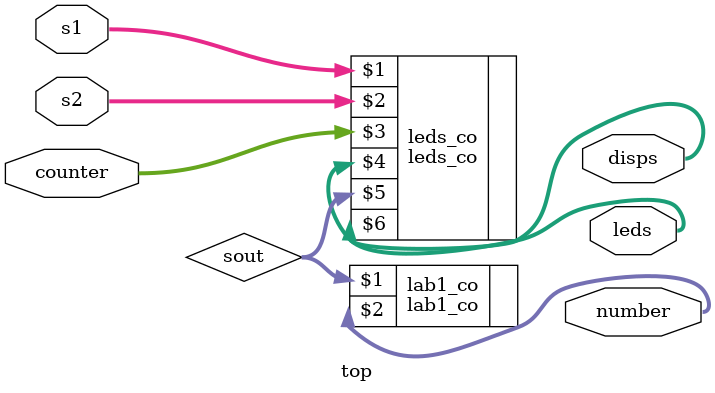
<source format=sv>
/*
by Carlos Ojeda de Silva, September 3 2025
cojedadesilva@g.hmc.edu
This file combines both tasks for lab1
*/
module top(
	input 	logic [3:0] s1, s2,
	input   logic [31:0] counter, //uncomment for testbench
	output 	logic [1:0] disps,
	output  logic [6:0] number,
	output  logic [4:0] leds
);
logic [3:0] sout;
leds_co leds_co(s1[3:0], s2[3:0],/**/ counter[31:0],/*uncomment for testbench*/ disps, sout[3:0], leds[4:0]);
lab1_co lab1_co(sout[3:0], number[6:0]);
endmodule
</source>
